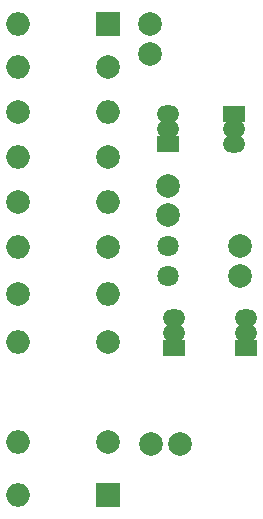
<source format=gts>
G04 #@! TF.GenerationSoftware,KiCad,Pcbnew,(2017-12-21 revision 23d71cfa9)-makepkg*
G04 #@! TF.CreationDate,2018-06-03T17:46:53-04:00*
G04 #@! TF.ProjectId,OdysseyDaughterCardSpotGenerator,4F647973736579446175676874657243,0.1*
G04 #@! TF.SameCoordinates,Original*
G04 #@! TF.FileFunction,Soldermask,Top*
G04 #@! TF.FilePolarity,Negative*
%FSLAX46Y46*%
G04 Gerber Fmt 4.6, Leading zero omitted, Abs format (unit mm)*
G04 Created by KiCad (PCBNEW (2017-12-21 revision 23d71cfa9)-makepkg) date 06/03/18 17:46:53*
%MOMM*%
%LPD*%
G01*
G04 APERTURE LIST*
%ADD10C,2.000000*%
%ADD11C,1.800000*%
%ADD12O,2.000000X2.000000*%
%ADD13R,2.000000X2.000000*%
%ADD14R,1.900000X1.450000*%
%ADD15O,1.900000X1.450000*%
G04 APERTURE END LIST*
D10*
X148336000Y-83312000D03*
X148336000Y-80812000D03*
X155956000Y-99608000D03*
X155956000Y-102108000D03*
D11*
X149860000Y-102108000D03*
X149860000Y-99608000D03*
D10*
X149860000Y-94488000D03*
X149860000Y-96988000D03*
X148376000Y-116332000D03*
X150876000Y-116332000D03*
D12*
X137160000Y-80772000D03*
D13*
X144780000Y-80772000D03*
X144780000Y-120650000D03*
D12*
X137160000Y-120650000D03*
D14*
X155448000Y-88392000D03*
D15*
X155448000Y-90932000D03*
X155448000Y-89662000D03*
X156464000Y-106934000D03*
X156464000Y-105664000D03*
D14*
X156464000Y-108204000D03*
D15*
X149860000Y-89662000D03*
X149860000Y-88392000D03*
D14*
X149860000Y-90932000D03*
X150368000Y-108204000D03*
D15*
X150368000Y-105664000D03*
X150368000Y-106934000D03*
D10*
X144780000Y-84455000D03*
D12*
X137160000Y-84455000D03*
X144780000Y-95885000D03*
D10*
X137160000Y-95885000D03*
D12*
X144780000Y-88265000D03*
D10*
X137160000Y-88265000D03*
X137160000Y-103632000D03*
D12*
X144780000Y-103632000D03*
X137160000Y-107696000D03*
D10*
X144780000Y-107696000D03*
X144780000Y-99695000D03*
D12*
X137160000Y-99695000D03*
D10*
X144780000Y-92075000D03*
D12*
X137160000Y-92075000D03*
X137160000Y-116205000D03*
D10*
X144780000Y-116205000D03*
M02*

</source>
